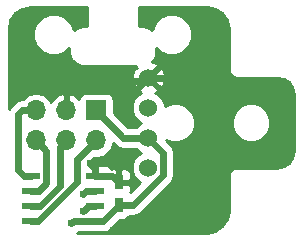
<source format=gtl>
G04 #@! TF.FileFunction,Copper,L1,Top,Signal*
%FSLAX46Y46*%
G04 Gerber Fmt 4.6, Leading zero omitted, Abs format (unit mm)*
G04 Created by KiCad (PCBNEW 4.0.6) date 11/10/17 02:40:48*
%MOMM*%
%LPD*%
G01*
G04 APERTURE LIST*
%ADD10C,0.100000*%
%ADD11C,1.524000*%
%ADD12O,3.400000X2.200000*%
%ADD13R,1.700000X1.700000*%
%ADD14O,1.700000X1.700000*%
%ADD15R,1.550000X0.600000*%
%ADD16R,0.750000X1.200000*%
%ADD17C,0.600000*%
%ADD18C,0.600000*%
%ADD19C,0.254000*%
G04 APERTURE END LIST*
D10*
D11*
X97500000Y-40690000D03*
X97500000Y-43230000D03*
X97500000Y-45770000D03*
X97500000Y-48310000D03*
D12*
X100500000Y-52000000D03*
D13*
X93080000Y-43460000D03*
D14*
X93080000Y-46000000D03*
X90540000Y-43460000D03*
X90540000Y-46000000D03*
X88000000Y-43460000D03*
X88000000Y-46000000D03*
D15*
X93000000Y-52810000D03*
X93000000Y-51540000D03*
X93000000Y-50270000D03*
X93000000Y-49000000D03*
X87600000Y-49000000D03*
X87600000Y-50270000D03*
X87600000Y-51540000D03*
X87600000Y-52810000D03*
D16*
X95000000Y-51450000D03*
X95000000Y-49550000D03*
D17*
X92000000Y-50500000D03*
X92000000Y-52000000D03*
X91000000Y-53000000D03*
X92550000Y-47950000D03*
X104000000Y-46500000D03*
X104000000Y-45000000D03*
X104000000Y-44000000D03*
X104000000Y-42500000D03*
X86000000Y-36500000D03*
X86000000Y-38000000D03*
X90500000Y-39500000D03*
X93500000Y-41000000D03*
X95000000Y-41000000D03*
X92000000Y-41000000D03*
X89000000Y-39500000D03*
X87500000Y-39500000D03*
X86000000Y-39500000D03*
X86000000Y-41000000D03*
X87500000Y-41000000D03*
X89000000Y-41000000D03*
X90500000Y-41000000D03*
X101000000Y-48000000D03*
X102500000Y-48000000D03*
X101000000Y-41000000D03*
X102500000Y-41000000D03*
X104000000Y-52500000D03*
X104000000Y-51000000D03*
X104000000Y-49500000D03*
X104000000Y-48000000D03*
X105500000Y-48000000D03*
X107000000Y-48000000D03*
X108500000Y-48000000D03*
X109500000Y-47000000D03*
X109500000Y-45500000D03*
X109500000Y-43500000D03*
X109500000Y-44500000D03*
X109500000Y-42000000D03*
X108500000Y-41000000D03*
X107000000Y-41000000D03*
X105500000Y-41000000D03*
X104000000Y-41000000D03*
X104000000Y-39500000D03*
X104000000Y-38000000D03*
X104000000Y-36500000D03*
D18*
X92230000Y-50270000D02*
X92000000Y-50500000D01*
X93000000Y-50270000D02*
X92230000Y-50270000D01*
X93000000Y-51540000D02*
X92460000Y-51540000D01*
X92460000Y-51540000D02*
X92000000Y-52000000D01*
X95000000Y-51450000D02*
X96227762Y-51450000D01*
X96227762Y-51450000D02*
X98762001Y-48915761D01*
X98762001Y-48915761D02*
X98762001Y-47032001D01*
X98762001Y-47032001D02*
X98261999Y-46531999D01*
X98261999Y-46531999D02*
X97500000Y-45770000D01*
X97500000Y-45770000D02*
X95390000Y-45770000D01*
X93000000Y-52810000D02*
X91190000Y-52810000D01*
X91190000Y-52810000D02*
X91000000Y-53000000D01*
X97000000Y-45770000D02*
X95390000Y-45770000D01*
X95390000Y-45770000D02*
X93080000Y-43460000D01*
X93000000Y-52810000D02*
X93640000Y-52810000D01*
X93640000Y-52810000D02*
X95000000Y-51450000D01*
X93000000Y-49000000D02*
X93000000Y-48400000D01*
X93000000Y-48400000D02*
X92550000Y-47950000D01*
X104000000Y-46500000D02*
X104000000Y-48000000D01*
X104000000Y-44000000D02*
X104000000Y-45000000D01*
X104000000Y-42500000D02*
X104000000Y-44000000D01*
X86000000Y-39500000D02*
X86000000Y-38000000D01*
X95000000Y-41000000D02*
X97190000Y-41000000D01*
X97190000Y-41000000D02*
X97500000Y-40690000D01*
X95000000Y-41000000D02*
X93500000Y-41000000D01*
X90500000Y-41000000D02*
X92000000Y-41000000D01*
X89000000Y-39500000D02*
X90500000Y-39500000D01*
X86000000Y-41000000D02*
X86000000Y-39500000D01*
X87500000Y-41000000D02*
X86000000Y-41000000D01*
X90500000Y-41000000D02*
X89000000Y-41000000D01*
X97000000Y-40690000D02*
X99810000Y-40690000D01*
X99810000Y-40690000D02*
X104000000Y-36500000D01*
X102500000Y-48000000D02*
X101000000Y-48000000D01*
X102500000Y-41000000D02*
X101000000Y-41000000D01*
X104000000Y-51000000D02*
X104000000Y-52500000D01*
X105500000Y-48000000D02*
X104000000Y-48000000D01*
X108500000Y-48000000D02*
X107000000Y-48000000D01*
X109500000Y-47000000D02*
X108500000Y-48000000D01*
X109500000Y-44500000D02*
X109500000Y-45500000D01*
X109500000Y-43500000D02*
X109500000Y-44500000D01*
X109500000Y-42000000D02*
X109500000Y-43500000D01*
X107000000Y-41000000D02*
X108500000Y-41000000D01*
X104000000Y-41000000D02*
X105500000Y-41000000D01*
X104000000Y-38000000D02*
X104000000Y-39500000D01*
X93000000Y-49000000D02*
X94450000Y-49000000D01*
X94450000Y-49000000D02*
X95000000Y-49550000D01*
X87600000Y-52810000D02*
X88166386Y-52810000D01*
X88166386Y-52810000D02*
X91500000Y-49476386D01*
X91500000Y-49476386D02*
X91500000Y-47580000D01*
X91500000Y-47580000D02*
X92230001Y-46849999D01*
X92230001Y-46849999D02*
X93080000Y-46000000D01*
X87600000Y-51540000D02*
X88305002Y-51540000D01*
X88305002Y-51540000D02*
X90000000Y-49845002D01*
X90000000Y-49845002D02*
X90000000Y-46540000D01*
X90000000Y-46540000D02*
X90540000Y-46000000D01*
X87600000Y-49000000D02*
X87000000Y-49000000D01*
X87000000Y-49000000D02*
X86500000Y-48500000D01*
X86500000Y-43757919D02*
X86797919Y-43460000D01*
X86500000Y-48500000D02*
X86500000Y-43757919D01*
X86797919Y-43460000D02*
X88000000Y-43460000D01*
X88230000Y-50270000D02*
X88875001Y-49624999D01*
X88875001Y-49624999D02*
X88875001Y-46875001D01*
X88875001Y-46875001D02*
X88849999Y-46849999D01*
X88849999Y-46849999D02*
X88000000Y-46000000D01*
X87600000Y-50270000D02*
X88230000Y-50270000D01*
X87600000Y-50270000D02*
X87730000Y-50270000D01*
D19*
G36*
X92315000Y-36315000D02*
X92000000Y-36315000D01*
X91933830Y-36328162D01*
X91675022Y-36366222D01*
X91675020Y-36366223D01*
X91675018Y-36366223D01*
X91560329Y-36413729D01*
X91428093Y-36468503D01*
X91428092Y-36468504D01*
X91428090Y-36468505D01*
X91265879Y-36576892D01*
X91220995Y-36621777D01*
X90971719Y-36018485D01*
X90484082Y-35529996D01*
X89846627Y-35265301D01*
X89156401Y-35264699D01*
X88518485Y-35528281D01*
X88029996Y-36015918D01*
X87765301Y-36653373D01*
X87764699Y-37343599D01*
X88028281Y-37981515D01*
X88515918Y-38470004D01*
X89153373Y-38734699D01*
X89843599Y-38735301D01*
X90481515Y-38471719D01*
X90815000Y-38138816D01*
X90815000Y-38500000D01*
X90828162Y-38566170D01*
X90828162Y-38633636D01*
X90866222Y-38824978D01*
X90866223Y-38824980D01*
X90866223Y-38824982D01*
X90913729Y-38939671D01*
X90968503Y-39071907D01*
X90968504Y-39071908D01*
X90968505Y-39071910D01*
X91076892Y-39234121D01*
X91151410Y-39308638D01*
X91265879Y-39423108D01*
X91428090Y-39531495D01*
X91428092Y-39531496D01*
X91428093Y-39531497D01*
X91519976Y-39569556D01*
X91675018Y-39633777D01*
X91675020Y-39633777D01*
X91675022Y-39633778D01*
X91866365Y-39671838D01*
X91933830Y-39671838D01*
X92000000Y-39685000D01*
X96494156Y-39685000D01*
X96404774Y-39774382D01*
X96519785Y-39889393D01*
X96277603Y-39958857D01*
X96090856Y-40482302D01*
X96118638Y-41037368D01*
X96277603Y-41421143D01*
X96519787Y-41490608D01*
X97320395Y-40690000D01*
X97679605Y-40690000D01*
X98480213Y-41490608D01*
X98722397Y-41421143D01*
X98909144Y-40897698D01*
X98881362Y-40342632D01*
X98722397Y-39958857D01*
X98480213Y-39889392D01*
X97679605Y-40690000D01*
X97320395Y-40690000D01*
X97306253Y-40675858D01*
X97485858Y-40496253D01*
X97500000Y-40510395D01*
X98300608Y-39709787D01*
X98231143Y-39467603D01*
X97832019Y-39325209D01*
X97848590Y-39308638D01*
X97923108Y-39234121D01*
X98031495Y-39071910D01*
X98031496Y-39071908D01*
X98031497Y-39071907D01*
X98086271Y-38939671D01*
X98133777Y-38824982D01*
X98133777Y-38824980D01*
X98133778Y-38824978D01*
X98171838Y-38633635D01*
X98171838Y-38566170D01*
X98185000Y-38500000D01*
X98185000Y-38138508D01*
X98515918Y-38470004D01*
X99153373Y-38734699D01*
X99843599Y-38735301D01*
X100481515Y-38471719D01*
X100970004Y-37984082D01*
X101234699Y-37346627D01*
X101235301Y-36656401D01*
X100971719Y-36018485D01*
X100484082Y-35529996D01*
X99846627Y-35265301D01*
X99156401Y-35264699D01*
X98518485Y-35528281D01*
X98029996Y-36015918D01*
X97778592Y-36621364D01*
X97734121Y-36576892D01*
X97571910Y-36468505D01*
X97571908Y-36468504D01*
X97571907Y-36468503D01*
X97439671Y-36413729D01*
X97324982Y-36366223D01*
X97324980Y-36366223D01*
X97324978Y-36366222D01*
X97133636Y-36328162D01*
X97066170Y-36328162D01*
X97000000Y-36315000D01*
X96685000Y-36315000D01*
X96685000Y-34685000D01*
X102432533Y-34685000D01*
X103189435Y-34835557D01*
X103773908Y-35226089D01*
X104164443Y-35810565D01*
X104315000Y-36567467D01*
X104315000Y-40000000D01*
X104367143Y-40262138D01*
X104515632Y-40484368D01*
X104737862Y-40632857D01*
X105000000Y-40685000D01*
X108432533Y-40685000D01*
X108998094Y-40797497D01*
X109420357Y-41079643D01*
X109702503Y-41501906D01*
X109815000Y-42067466D01*
X109815000Y-46932534D01*
X109702503Y-47498094D01*
X109420357Y-47920357D01*
X108998094Y-48202503D01*
X108432533Y-48315000D01*
X105000000Y-48315000D01*
X104737862Y-48367143D01*
X104515632Y-48515632D01*
X104367143Y-48737862D01*
X104315000Y-49000000D01*
X104315000Y-51932533D01*
X104164443Y-52689435D01*
X103773908Y-53273911D01*
X103189435Y-53664443D01*
X102432533Y-53815000D01*
X91475982Y-53815000D01*
X91528943Y-53793117D01*
X91577144Y-53745000D01*
X92163569Y-53745000D01*
X92225000Y-53757440D01*
X93775000Y-53757440D01*
X94010317Y-53713162D01*
X94226441Y-53574090D01*
X94293114Y-53476511D01*
X94301145Y-53471145D01*
X95074850Y-52697440D01*
X95375000Y-52697440D01*
X95610317Y-52653162D01*
X95826441Y-52514090D01*
X95914644Y-52385000D01*
X96227762Y-52385000D01*
X96585571Y-52313827D01*
X96888907Y-52111145D01*
X99423146Y-49576906D01*
X99625828Y-49273570D01*
X99697001Y-48915761D01*
X99697001Y-47032006D01*
X99697002Y-47032001D01*
X99625828Y-46674193D01*
X99625828Y-46674192D01*
X99423146Y-46370856D01*
X98983675Y-45931385D01*
X99473352Y-46134716D01*
X100123795Y-46135284D01*
X100724943Y-45886894D01*
X101185278Y-45427363D01*
X101434716Y-44826648D01*
X101434718Y-44823795D01*
X104564716Y-44823795D01*
X104813106Y-45424943D01*
X105272637Y-45885278D01*
X105873352Y-46134716D01*
X106523795Y-46135284D01*
X107124943Y-45886894D01*
X107585278Y-45427363D01*
X107834716Y-44826648D01*
X107835284Y-44176205D01*
X107586894Y-43575057D01*
X107127363Y-43114722D01*
X106526648Y-42865284D01*
X105876205Y-42864716D01*
X105275057Y-43113106D01*
X104814722Y-43572637D01*
X104565284Y-44173352D01*
X104564716Y-44823795D01*
X101434718Y-44823795D01*
X101435284Y-44176205D01*
X101186894Y-43575057D01*
X100727363Y-43114722D01*
X100126648Y-42865284D01*
X99476205Y-42864716D01*
X98897111Y-43103994D01*
X98897242Y-42953339D01*
X98685010Y-42439697D01*
X98292370Y-42046371D01*
X98100273Y-41966605D01*
X98231143Y-41912397D01*
X98300608Y-41670213D01*
X97500000Y-40869605D01*
X96699392Y-41670213D01*
X96768857Y-41912397D01*
X96909318Y-41962509D01*
X96709697Y-42044990D01*
X96316371Y-42437630D01*
X96103243Y-42950900D01*
X96102758Y-43506661D01*
X96314990Y-44020303D01*
X96707630Y-44413629D01*
X96915512Y-44499949D01*
X96709697Y-44584990D01*
X96459250Y-44835000D01*
X95777290Y-44835000D01*
X94577440Y-43635150D01*
X94577440Y-42610000D01*
X94533162Y-42374683D01*
X94394090Y-42158559D01*
X94181890Y-42013569D01*
X93930000Y-41962560D01*
X92230000Y-41962560D01*
X91994683Y-42006838D01*
X91778559Y-42145910D01*
X91633569Y-42358110D01*
X91611699Y-42466107D01*
X91306924Y-42188355D01*
X90896890Y-42018524D01*
X90667000Y-42139845D01*
X90667000Y-43333000D01*
X90687000Y-43333000D01*
X90687000Y-43587000D01*
X90667000Y-43587000D01*
X90667000Y-43607000D01*
X90413000Y-43607000D01*
X90413000Y-43587000D01*
X90393000Y-43587000D01*
X90393000Y-43333000D01*
X90413000Y-43333000D01*
X90413000Y-42139845D01*
X90183110Y-42018524D01*
X89773076Y-42188355D01*
X89344817Y-42578642D01*
X89277702Y-42721553D01*
X89050054Y-42380853D01*
X88568285Y-42058946D01*
X88000000Y-41945907D01*
X87431715Y-42058946D01*
X86949946Y-42380853D01*
X86853630Y-42525000D01*
X86797919Y-42525000D01*
X86440110Y-42596173D01*
X86136774Y-42798855D01*
X85838855Y-43096774D01*
X85685000Y-43327035D01*
X85685000Y-36567467D01*
X85835557Y-35810565D01*
X86226089Y-35226092D01*
X86810565Y-34835557D01*
X87567467Y-34685000D01*
X92315000Y-34685000D01*
X92315000Y-36315000D01*
X92315000Y-36315000D01*
G37*
X92315000Y-36315000D02*
X92000000Y-36315000D01*
X91933830Y-36328162D01*
X91675022Y-36366222D01*
X91675020Y-36366223D01*
X91675018Y-36366223D01*
X91560329Y-36413729D01*
X91428093Y-36468503D01*
X91428092Y-36468504D01*
X91428090Y-36468505D01*
X91265879Y-36576892D01*
X91220995Y-36621777D01*
X90971719Y-36018485D01*
X90484082Y-35529996D01*
X89846627Y-35265301D01*
X89156401Y-35264699D01*
X88518485Y-35528281D01*
X88029996Y-36015918D01*
X87765301Y-36653373D01*
X87764699Y-37343599D01*
X88028281Y-37981515D01*
X88515918Y-38470004D01*
X89153373Y-38734699D01*
X89843599Y-38735301D01*
X90481515Y-38471719D01*
X90815000Y-38138816D01*
X90815000Y-38500000D01*
X90828162Y-38566170D01*
X90828162Y-38633636D01*
X90866222Y-38824978D01*
X90866223Y-38824980D01*
X90866223Y-38824982D01*
X90913729Y-38939671D01*
X90968503Y-39071907D01*
X90968504Y-39071908D01*
X90968505Y-39071910D01*
X91076892Y-39234121D01*
X91151410Y-39308638D01*
X91265879Y-39423108D01*
X91428090Y-39531495D01*
X91428092Y-39531496D01*
X91428093Y-39531497D01*
X91519976Y-39569556D01*
X91675018Y-39633777D01*
X91675020Y-39633777D01*
X91675022Y-39633778D01*
X91866365Y-39671838D01*
X91933830Y-39671838D01*
X92000000Y-39685000D01*
X96494156Y-39685000D01*
X96404774Y-39774382D01*
X96519785Y-39889393D01*
X96277603Y-39958857D01*
X96090856Y-40482302D01*
X96118638Y-41037368D01*
X96277603Y-41421143D01*
X96519787Y-41490608D01*
X97320395Y-40690000D01*
X97679605Y-40690000D01*
X98480213Y-41490608D01*
X98722397Y-41421143D01*
X98909144Y-40897698D01*
X98881362Y-40342632D01*
X98722397Y-39958857D01*
X98480213Y-39889392D01*
X97679605Y-40690000D01*
X97320395Y-40690000D01*
X97306253Y-40675858D01*
X97485858Y-40496253D01*
X97500000Y-40510395D01*
X98300608Y-39709787D01*
X98231143Y-39467603D01*
X97832019Y-39325209D01*
X97848590Y-39308638D01*
X97923108Y-39234121D01*
X98031495Y-39071910D01*
X98031496Y-39071908D01*
X98031497Y-39071907D01*
X98086271Y-38939671D01*
X98133777Y-38824982D01*
X98133777Y-38824980D01*
X98133778Y-38824978D01*
X98171838Y-38633635D01*
X98171838Y-38566170D01*
X98185000Y-38500000D01*
X98185000Y-38138508D01*
X98515918Y-38470004D01*
X99153373Y-38734699D01*
X99843599Y-38735301D01*
X100481515Y-38471719D01*
X100970004Y-37984082D01*
X101234699Y-37346627D01*
X101235301Y-36656401D01*
X100971719Y-36018485D01*
X100484082Y-35529996D01*
X99846627Y-35265301D01*
X99156401Y-35264699D01*
X98518485Y-35528281D01*
X98029996Y-36015918D01*
X97778592Y-36621364D01*
X97734121Y-36576892D01*
X97571910Y-36468505D01*
X97571908Y-36468504D01*
X97571907Y-36468503D01*
X97439671Y-36413729D01*
X97324982Y-36366223D01*
X97324980Y-36366223D01*
X97324978Y-36366222D01*
X97133636Y-36328162D01*
X97066170Y-36328162D01*
X97000000Y-36315000D01*
X96685000Y-36315000D01*
X96685000Y-34685000D01*
X102432533Y-34685000D01*
X103189435Y-34835557D01*
X103773908Y-35226089D01*
X104164443Y-35810565D01*
X104315000Y-36567467D01*
X104315000Y-40000000D01*
X104367143Y-40262138D01*
X104515632Y-40484368D01*
X104737862Y-40632857D01*
X105000000Y-40685000D01*
X108432533Y-40685000D01*
X108998094Y-40797497D01*
X109420357Y-41079643D01*
X109702503Y-41501906D01*
X109815000Y-42067466D01*
X109815000Y-46932534D01*
X109702503Y-47498094D01*
X109420357Y-47920357D01*
X108998094Y-48202503D01*
X108432533Y-48315000D01*
X105000000Y-48315000D01*
X104737862Y-48367143D01*
X104515632Y-48515632D01*
X104367143Y-48737862D01*
X104315000Y-49000000D01*
X104315000Y-51932533D01*
X104164443Y-52689435D01*
X103773908Y-53273911D01*
X103189435Y-53664443D01*
X102432533Y-53815000D01*
X91475982Y-53815000D01*
X91528943Y-53793117D01*
X91577144Y-53745000D01*
X92163569Y-53745000D01*
X92225000Y-53757440D01*
X93775000Y-53757440D01*
X94010317Y-53713162D01*
X94226441Y-53574090D01*
X94293114Y-53476511D01*
X94301145Y-53471145D01*
X95074850Y-52697440D01*
X95375000Y-52697440D01*
X95610317Y-52653162D01*
X95826441Y-52514090D01*
X95914644Y-52385000D01*
X96227762Y-52385000D01*
X96585571Y-52313827D01*
X96888907Y-52111145D01*
X99423146Y-49576906D01*
X99625828Y-49273570D01*
X99697001Y-48915761D01*
X99697001Y-47032006D01*
X99697002Y-47032001D01*
X99625828Y-46674193D01*
X99625828Y-46674192D01*
X99423146Y-46370856D01*
X98983675Y-45931385D01*
X99473352Y-46134716D01*
X100123795Y-46135284D01*
X100724943Y-45886894D01*
X101185278Y-45427363D01*
X101434716Y-44826648D01*
X101434718Y-44823795D01*
X104564716Y-44823795D01*
X104813106Y-45424943D01*
X105272637Y-45885278D01*
X105873352Y-46134716D01*
X106523795Y-46135284D01*
X107124943Y-45886894D01*
X107585278Y-45427363D01*
X107834716Y-44826648D01*
X107835284Y-44176205D01*
X107586894Y-43575057D01*
X107127363Y-43114722D01*
X106526648Y-42865284D01*
X105876205Y-42864716D01*
X105275057Y-43113106D01*
X104814722Y-43572637D01*
X104565284Y-44173352D01*
X104564716Y-44823795D01*
X101434718Y-44823795D01*
X101435284Y-44176205D01*
X101186894Y-43575057D01*
X100727363Y-43114722D01*
X100126648Y-42865284D01*
X99476205Y-42864716D01*
X98897111Y-43103994D01*
X98897242Y-42953339D01*
X98685010Y-42439697D01*
X98292370Y-42046371D01*
X98100273Y-41966605D01*
X98231143Y-41912397D01*
X98300608Y-41670213D01*
X97500000Y-40869605D01*
X96699392Y-41670213D01*
X96768857Y-41912397D01*
X96909318Y-41962509D01*
X96709697Y-42044990D01*
X96316371Y-42437630D01*
X96103243Y-42950900D01*
X96102758Y-43506661D01*
X96314990Y-44020303D01*
X96707630Y-44413629D01*
X96915512Y-44499949D01*
X96709697Y-44584990D01*
X96459250Y-44835000D01*
X95777290Y-44835000D01*
X94577440Y-43635150D01*
X94577440Y-42610000D01*
X94533162Y-42374683D01*
X94394090Y-42158559D01*
X94181890Y-42013569D01*
X93930000Y-41962560D01*
X92230000Y-41962560D01*
X91994683Y-42006838D01*
X91778559Y-42145910D01*
X91633569Y-42358110D01*
X91611699Y-42466107D01*
X91306924Y-42188355D01*
X90896890Y-42018524D01*
X90667000Y-42139845D01*
X90667000Y-43333000D01*
X90687000Y-43333000D01*
X90687000Y-43587000D01*
X90667000Y-43587000D01*
X90667000Y-43607000D01*
X90413000Y-43607000D01*
X90413000Y-43587000D01*
X90393000Y-43587000D01*
X90393000Y-43333000D01*
X90413000Y-43333000D01*
X90413000Y-42139845D01*
X90183110Y-42018524D01*
X89773076Y-42188355D01*
X89344817Y-42578642D01*
X89277702Y-42721553D01*
X89050054Y-42380853D01*
X88568285Y-42058946D01*
X88000000Y-41945907D01*
X87431715Y-42058946D01*
X86949946Y-42380853D01*
X86853630Y-42525000D01*
X86797919Y-42525000D01*
X86440110Y-42596173D01*
X86136774Y-42798855D01*
X85838855Y-43096774D01*
X85685000Y-43327035D01*
X85685000Y-36567467D01*
X85835557Y-35810565D01*
X86226089Y-35226092D01*
X86810565Y-34835557D01*
X87567467Y-34685000D01*
X92315000Y-34685000D01*
X92315000Y-36315000D01*
G36*
X94728855Y-46431145D02*
X95032191Y-46633827D01*
X95390000Y-46705000D01*
X96459435Y-46705000D01*
X96707630Y-46953629D01*
X96915512Y-47039949D01*
X96709697Y-47124990D01*
X96316371Y-47517630D01*
X96103243Y-48030900D01*
X96102758Y-48586661D01*
X96314990Y-49100303D01*
X96707630Y-49493629D01*
X96816596Y-49538876D01*
X95961094Y-50394378D01*
X96010000Y-50276309D01*
X96010000Y-49835750D01*
X95851250Y-49677000D01*
X95127000Y-49677000D01*
X95127000Y-49697000D01*
X94873000Y-49697000D01*
X94873000Y-49677000D01*
X94853000Y-49677000D01*
X94853000Y-49423000D01*
X94873000Y-49423000D01*
X94873000Y-48473750D01*
X95127000Y-48473750D01*
X95127000Y-49423000D01*
X95851250Y-49423000D01*
X96010000Y-49264250D01*
X96010000Y-48823691D01*
X95913327Y-48590302D01*
X95734699Y-48411673D01*
X95501310Y-48315000D01*
X95285750Y-48315000D01*
X95127000Y-48473750D01*
X94873000Y-48473750D01*
X94714250Y-48315000D01*
X94498690Y-48315000D01*
X94331528Y-48384241D01*
X94313327Y-48340301D01*
X94134698Y-48161673D01*
X93901309Y-48065000D01*
X93285750Y-48065000D01*
X93127000Y-48223750D01*
X93127000Y-48873000D01*
X93147000Y-48873000D01*
X93147000Y-49127000D01*
X93127000Y-49127000D01*
X93127000Y-49147000D01*
X92873000Y-49147000D01*
X92873000Y-49127000D01*
X92853000Y-49127000D01*
X92853000Y-48873000D01*
X92873000Y-48873000D01*
X92873000Y-48223750D01*
X92714250Y-48065000D01*
X92435000Y-48065000D01*
X92435000Y-47967290D01*
X92920019Y-47482271D01*
X93080000Y-47514093D01*
X93648285Y-47401054D01*
X94130054Y-47079147D01*
X94451961Y-46597378D01*
X94525481Y-46227771D01*
X94728855Y-46431145D01*
X94728855Y-46431145D01*
G37*
X94728855Y-46431145D02*
X95032191Y-46633827D01*
X95390000Y-46705000D01*
X96459435Y-46705000D01*
X96707630Y-46953629D01*
X96915512Y-47039949D01*
X96709697Y-47124990D01*
X96316371Y-47517630D01*
X96103243Y-48030900D01*
X96102758Y-48586661D01*
X96314990Y-49100303D01*
X96707630Y-49493629D01*
X96816596Y-49538876D01*
X95961094Y-50394378D01*
X96010000Y-50276309D01*
X96010000Y-49835750D01*
X95851250Y-49677000D01*
X95127000Y-49677000D01*
X95127000Y-49697000D01*
X94873000Y-49697000D01*
X94873000Y-49677000D01*
X94853000Y-49677000D01*
X94853000Y-49423000D01*
X94873000Y-49423000D01*
X94873000Y-48473750D01*
X95127000Y-48473750D01*
X95127000Y-49423000D01*
X95851250Y-49423000D01*
X96010000Y-49264250D01*
X96010000Y-48823691D01*
X95913327Y-48590302D01*
X95734699Y-48411673D01*
X95501310Y-48315000D01*
X95285750Y-48315000D01*
X95127000Y-48473750D01*
X94873000Y-48473750D01*
X94714250Y-48315000D01*
X94498690Y-48315000D01*
X94331528Y-48384241D01*
X94313327Y-48340301D01*
X94134698Y-48161673D01*
X93901309Y-48065000D01*
X93285750Y-48065000D01*
X93127000Y-48223750D01*
X93127000Y-48873000D01*
X93147000Y-48873000D01*
X93147000Y-49127000D01*
X93127000Y-49127000D01*
X93127000Y-49147000D01*
X92873000Y-49147000D01*
X92873000Y-49127000D01*
X92853000Y-49127000D01*
X92853000Y-48873000D01*
X92873000Y-48873000D01*
X92873000Y-48223750D01*
X92714250Y-48065000D01*
X92435000Y-48065000D01*
X92435000Y-47967290D01*
X92920019Y-47482271D01*
X93080000Y-47514093D01*
X93648285Y-47401054D01*
X94130054Y-47079147D01*
X94451961Y-46597378D01*
X94525481Y-46227771D01*
X94728855Y-46431145D01*
M02*

</source>
